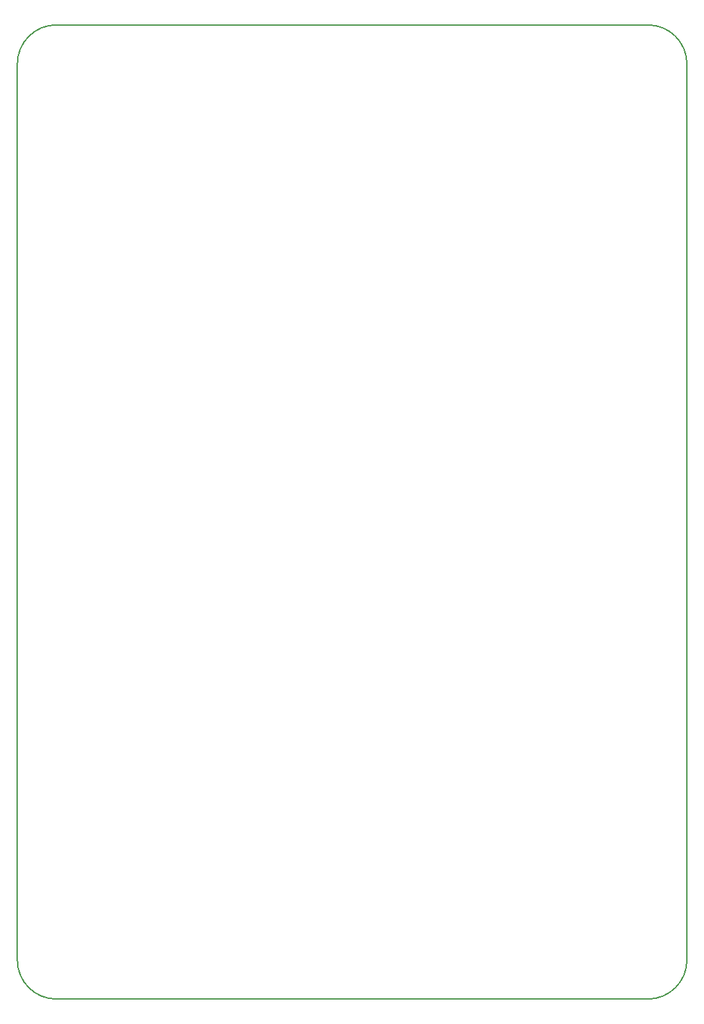
<source format=gbr>
G04 #@! TF.GenerationSoftware,KiCad,Pcbnew,(5.0.1)-3*
G04 #@! TF.CreationDate,2019-09-05T16:28:01-04:00*
G04 #@! TF.ProjectId,EMU_Robot,454D555F526F626F742E6B696361645F,rev?*
G04 #@! TF.SameCoordinates,Original*
G04 #@! TF.FileFunction,Profile,NP*
%FSLAX46Y46*%
G04 Gerber Fmt 4.6, Leading zero omitted, Abs format (unit mm)*
G04 Created by KiCad (PCBNEW (5.0.1)-3) date 9/5/2019 4:28:01 PM*
%MOMM*%
%LPD*%
G01*
G04 APERTURE LIST*
%ADD10C,0.150000*%
G04 APERTURE END LIST*
D10*
X0Y-90000000D02*
G75*
G02X5000000Y-85000000I5000000J0D01*
G01*
X81000000Y-85000000D02*
G75*
G02X86000000Y-90000000I0J-5000000D01*
G01*
X86000000Y-205000000D02*
X86000000Y-90000000D01*
X86000000Y-205000000D02*
G75*
G02X81000000Y-210000000I-5000000J0D01*
G01*
X5000000Y-210000000D02*
X81000000Y-210000000D01*
X5000000Y-210000000D02*
G75*
G02X0Y-205000000I0J5000000D01*
G01*
X81000000Y-85000000D02*
X5000000Y-85000000D01*
X0Y-90000000D02*
X0Y-205000000D01*
M02*

</source>
